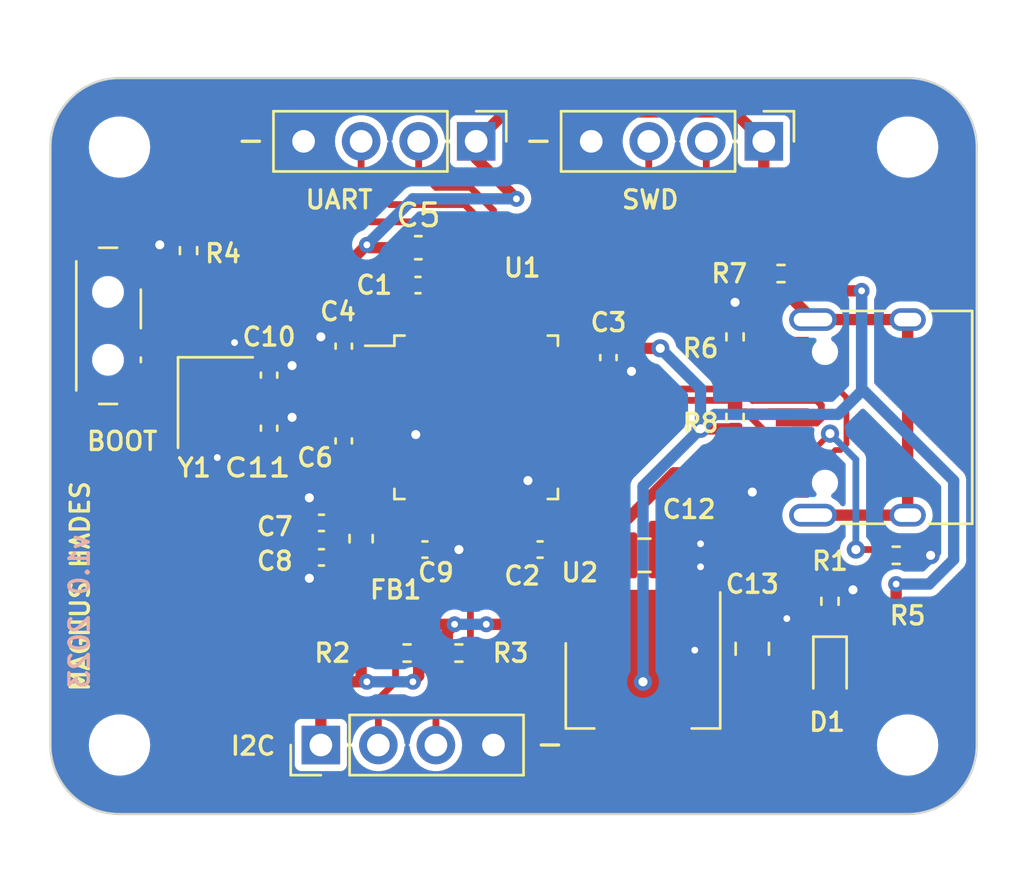
<source format=kicad_pcb>
(kicad_pcb (version 20221018) (generator pcbnew)
  (layers (0 "F.Cu" signal) (31 "B.Cu" signal) (34 "B.Paste" user) (35 "F.Paste" user) (36 "B.SilkS" user "B.Silkscreen") (37 "F.SilkS" user "F.Silkscreen") (38 "B.Mask" user) (39 "F.Mask" user) (44 "Edge.Cuts" user))
  (net 0 "")
  (net 1 "+3.3V")
  (net 2 "GND")
  (net 3 "+3.3VA")
  (net 4 "/NRST")
  (net 5 "/HSE_IN")
  (net 6 "/HSE_OUT")
  (net 7 "VBUS")
  (net 8 "/PWR_LED_K")
  (net 9 "Net-(J1-CC1)")
  (net 10 "/USB_D+")
  (net 11 "/USB_D-")
  (net 13 "Net-(J1-CC2)")
  (net 15 "Net-(J1-SHIELD)")
  (net 16 "/SWDIO")
  (net 17 "/SWCLK")
  (net 18 "/USART1_TX")
  (net 19 "/USART1_RX")
  (net 20 "/I2C2_SCL")
  (net 21 "/I2C2_SDA")
  (net 22 "/SW_BOOT0")
  (net 23 "/BOOT0")
  (footprint "Connector_PinHeader_2.54mm:PinHeader_1x04_P2.54mm_Vertical" (layer "F.Cu") (at 67.056 55.118 -90)
    (fp_text reference "J2")
    (fp_text value "Conn_01x04_Pin")
    (pad "1" thru_hole rect (at 0 0 270) (size 1.7 1.7) (drill 1) (layers "*.Cu" "*.Mask") (net 1 "+3.3V"))
    (pad "2" thru_hole oval (at 0 2.54 270) (size 1.7 1.7) (drill 1) (layers "*.Cu" "*.Mask") (net 16 "/SWDIO"))
    (pad "3" thru_hole oval (at 0 5.08 270) (size 1.7 1.7) (drill 1) (layers "*.Cu" "*.Mask") (net 17 "/SWCLK"))
    (pad "4" thru_hole oval (at 0 7.62 270) (size 1.7 1.7) (drill 1) (layers "*.Cu" "*.Mask") (net 2 "GND"))
  )
  (footprint "Capacitor_SMD:C_0805_2012Metric" (layer "F.Cu") (at 61.788 73.406)
    (fp_text reference "C12" (at 1.966 -2.032) (layer "F.SilkS") (effects (font (size 0.8 0.8))))
    (fp_text value "22u")
    (pad "1" smd roundrect (at -0.95 0) (size 1 1.45) (layers "F.Cu" "F.Paste" "F.Mask") (net 7 "VBUS"))
    (pad "2" smd roundrect (at 0.95 0) (size 1 1.45) (layers "F.Cu" "F.Paste" "F.Mask") (net 2 "GND"))
  )
  (footprint "Capacitor_SMD:C_0402_1005Metric" (layer "F.Cu") (at 51.788 61.468)
    (fp_text reference "C1" (at -1.933 0) (layer "F.SilkS") (effects (font (size 0.8 0.8))))
    (fp_text value "100n")
    (pad "1" smd roundrect (at -0.48 0) (size 0.56 0.62) (layers "F.Cu" "F.Paste" "F.Mask") (net 1 "+3.3V"))
    (pad "2" smd roundrect (at 0.48 0) (size 0.56 0.62) (layers "F.Cu" "F.Paste" "F.Mask") (net 2 "GND"))
  )
  (footprint "Capacitor_SMD:C_0402_1005Metric" (layer "F.Cu") (at 48.51 68.354 90)
    (fp_text reference "C6" (at -0.734 -1.266 180) (layer "F.SilkS") (effects (font (size 0.8 0.8))))
    (fp_text value "10n")
    (pad "1" smd roundrect (at -0.48 0 90) (size 0.56 0.62) (layers "F.Cu" "F.Paste" "F.Mask") (net 3 "+3.3VA"))
    (pad "2" smd roundrect (at 0.48 0 90) (size 0.56 0.62) (layers "F.Cu" "F.Paste" "F.Mask") (net 2 "GND"))
  )
  (footprint "Inductor_SMD:L_0603_1608Metric" (layer "F.Cu") (at 49.276 72.6695 -90)
    (fp_text reference "FB1" (at 2.2605 -1.524) (layer "F.SilkS") (effects (font (size 0.8 0.8))))
    (fp_text value "120R")
    (pad "1" smd roundrect (at -0.7875 0 270) (size 0.875 0.95) (layers "F.Cu" "F.Paste" "F.Mask") (net 3 "+3.3VA"))
    (pad "2" smd roundrect (at 0.7875 0 270) (size 0.875 0.95) (layers "F.Cu" "F.Paste" "F.Mask") (net 1 "+3.3V"))
  )
  (footprint "Crystal:Crystal_SMD_3225-4Pin_3.2x2.5mm" (layer "F.Cu") (at 42.842 66.658 -90)
    (fp_text reference "Y1" (at 2.882 0.932 180) (layer "F.SilkS") (effects (font (size 0.8 0.8))))
    (fp_text value "16MHz")
    (pad "1" smd rect (at -1.1 0.85 270) (size 1.4 1.2) (layers "F.Cu" "F.Paste" "F.Mask") (net 5 "/HSE_IN"))
    (pad "2" smd rect (at 1.1 0.85 270) (size 1.4 1.2) (layers "F.Cu" "F.Paste" "F.Mask") (net 2 "GND"))
    (pad "3" smd rect (at 1.1 -0.85 270) (size 1.4 1.2) (layers "F.Cu" "F.Paste" "F.Mask") (net 6 "/HSE_OUT"))
    (pad "4" smd rect (at -1.1 -0.85 270) (size 1.4 1.2) (layers "F.Cu" "F.Paste" "F.Mask") (net 2 "GND"))
  )
  (footprint "Capacitor_SMD:C_0805_2012Metric" (layer "F.Cu") (at 66.548 77.536 90)
    (fp_text reference "C13" (at 2.86 0) (layer "F.SilkS") (effects (font (size 0.8 0.8))))
    (fp_text value "22u")
    (pad "1" smd roundrect (at -0.95 0 90) (size 1 1.45) (layers "F.Cu" "F.Paste" "F.Mask") (net 1 "+3.3V"))
    (pad "2" smd roundrect (at 0.95 0 90) (size 1 1.45) (layers "F.Cu" "F.Paste" "F.Mask") (net 2 "GND"))
  )
  (footprint "Capacitor_SMD:C_0402_1005Metric" (layer "F.Cu") (at 45.212 65.448 90)
    (fp_text reference "C10" (at 1.694 0 180) (layer "F.SilkS") (effects (font (size 0.8 0.8))))
    (fp_text value "10p")
    (pad "1" smd roundrect (at -0.48 0 90) (size 0.56 0.62) (layers "F.Cu" "F.Paste" "F.Mask") (net 5 "/HSE_IN"))
    (pad "2" smd roundrect (at 0.48 0 90) (size 0.56 0.62) (layers "F.Cu" "F.Paste" "F.Mask") (net 2 "GND"))
  )
  (footprint "Resistor_SMD:R_0402_1005Metric" (layer "F.Cu") (at 72.9 73.406)
    (fp_text reference "R5" (at 0.506 2.667 180) (layer "F.SilkS") (effects (font (size 0.8 0.8))))
    (fp_text value "5k1")
    (pad "1" smd roundrect (at -0.51 0) (size 0.54 0.64) (layers "F.Cu" "F.Paste" "F.Mask") (net 9 "Net-(J1-CC1)"))
    (pad "2" smd roundrect (at 0.51 0) (size 0.54 0.64) (layers "F.Cu" "F.Paste" "F.Mask") (net 2 "GND"))
  )
  (footprint "Package_TO_SOT_SMD:SOT-223-3_TabPin2" (layer "F.Cu") (at 61.722 79.146 -90)
    (fp_text reference "U2" (at -4.978 2.794 180) (layer "F.SilkS") (effects (font (size 0.8 0.8))))
    (fp_text value "AMS1117-3.3")
    (pad "1" smd rect (at -3.15 -2.3 270) (size 2 1.5) (layers "F.Cu" "F.Paste" "F.Mask") (net 2 "GND"))
    (pad "2" smd rect (at -3.15 0 270) (size 2 1.5) (layers "F.Cu" "F.Paste" "F.Mask") (net 1 "+3.3V"))
    (pad "2" smd rect (at 3.15 0 270) (size 2 3.8) (layers "F.Cu" "F.Paste" "F.Mask") (net 1 "+3.3V"))
    (pad "3" smd rect (at -3.15 2.3 270) (size 2 1.5) (layers "F.Cu" "F.Paste" "F.Mask") (net 7 "VBUS"))
  )
  (footprint "Connector_PinHeader_2.54mm:PinHeader_1x04_P2.54mm_Vertical" (layer "F.Cu") (at 47.498 81.788 90)
    (fp_text reference "J4")
    (fp_text value "Conn_01x04_Pin")
    (pad "1" thru_hole rect (at 0 0 90) (size 1.7 1.7) (drill 1) (layers "*.Cu" "*.Mask") (net 1 "+3.3V"))
    (pad "2" thru_hole oval (at 0 2.54 90) (size 1.7 1.7) (drill 1) (layers "*.Cu" "*.Mask") (net 20 "/I2C2_SCL"))
    (pad "3" thru_hole oval (at 0 5.08 90) (size 1.7 1.7) (drill 1) (layers "*.Cu" "*.Mask") (net 21 "/I2C2_SDA"))
    (pad "4" thru_hole oval (at 0 7.62 90) (size 1.7 1.7) (drill 1) (layers "*.Cu" "*.Mask") (net 2 "GND"))
  )
  (footprint "Resistor_SMD:R_0402_1005Metric" (layer "F.Cu") (at 41.656 59.946 90)
    (fp_text reference "R4" (at -0.129 1.524 180) (layer "F.SilkS") (effects (font (size 0.8 0.8))))
    (fp_text value "10k")
    (pad "1" smd roundrect (at -0.51 0 90) (size 0.54 0.64) (layers "F.Cu" "F.Paste" "F.Mask") (net 22 "/SW_BOOT0"))
    (pad "2" smd roundrect (at 0.51 0 90) (size 0.54 0.64) (layers "F.Cu" "F.Paste" "F.Mask") (net 23 "/BOOT0"))
  )
  (footprint "Resistor_SMD:R_0402_1005Metric" (layer "F.Cu") (at 69.977 75.438 90)
    (fp_text reference "R1" (at 1.776 0 180) (layer "F.SilkS") (effects (font (size 0.8 0.8))))
    (fp_text value "1k5")
    (pad "1" smd roundrect (at -0.51 0 90) (size 0.54 0.64) (layers "F.Cu" "F.Paste" "F.Mask") (net 8 "/PWR_LED_K"))
    (pad "2" smd roundrect (at 0.51 0 90) (size 0.54 0.64) (layers "F.Cu" "F.Paste" "F.Mask") (net 2 "GND"))
  )
  (footprint "Capacitor_SMD:C_0402_1005Metric" (layer "F.Cu") (at 47.526 73.4975 180)
    (fp_text reference "C8" (at 2.06 -0.1625) (layer "F.SilkS") (effects (font (size 0.8 0.8))))
    (fp_text value "1u")
    (pad "1" smd roundrect (at -0.48 0 180) (size 0.56 0.62) (layers "F.Cu" "F.Paste" "F.Mask") (net 1 "+3.3V"))
    (pad "2" smd roundrect (at 0.48 0 180) (size 0.56 0.62) (layers "F.Cu" "F.Paste" "F.Mask") (net 2 "GND"))
  )
  (footprint "Resistor_SMD:R_0402_1005Metric" (layer "F.Cu") (at 53.592 77.724)
    (fp_text reference "R3" (at 2.284 0) (layer "F.SilkS") (effects (font (size 0.8 0.8))))
    (fp_text value "1k5")
    (pad "1" smd roundrect (at -0.51 0) (size 0.54 0.64) (layers "F.Cu" "F.Paste" "F.Mask") (net 1 "+3.3V"))
    (pad "2" smd roundrect (at 0.51 0) (size 0.54 0.64) (layers "F.Cu" "F.Paste" "F.Mask") (net 21 "/I2C2_SDA"))
  )
  (footprint "Connector_PinHeader_2.54mm:PinHeader_1x04_P2.54mm_Vertical" (layer "F.Cu") (at 54.356 55.118 -90)
    (fp_text reference "J3")
    (fp_text value "Conn_01x04_Pin")
    (pad "1" thru_hole rect (at 0 0 270) (size 1.7 1.7) (drill 1) (layers "*.Cu" "*.Mask") (net 1 "+3.3V"))
    (pad "2" thru_hole oval (at 0 2.54 270) (size 1.7 1.7) (drill 1) (layers "*.Cu" "*.Mask") (net 18 "/USART1_TX"))
    (pad "3" thru_hole oval (at 0 5.08 270) (size 1.7 1.7) (drill 1) (layers "*.Cu" "*.Mask") (net 19 "/USART1_RX"))
    (pad "4" thru_hole oval (at 0 7.62 270) (size 1.7 1.7) (drill 1) (layers "*.Cu" "*.Mask") (net 2 "GND"))
  )
  (footprint "Button_Switch_SMD:SW_SPDT_PCM12" (layer "F.Cu") (at 38.43 63.27 -90)
    (fp_text reference "SW1")
    (fp_text value "SW_SPDT")
    (pad "" smd rect (at -3.65 -0.78 270) (size 1 0.8) (layers "F.Cu" "F.Paste" "F.Mask"))
    (pad "" smd rect (at -3.65 1.43 270) (size 1 0.8) (layers "F.Cu" "F.Paste" "F.Mask"))
    (pad "" np_thru_hole circle (at -1.5 0.33 270) (size 0.9 0.9) (drill 0.9) (layers "*.Cu" "*.Mask"))
    (pad "" np_thru_hole circle (at 1.5 0.33 270) (size 0.9 0.9) (drill 0.9) (layers "*.Cu" "*.Mask"))
    (pad "" smd rect (at 3.65 -0.78 270) (size 1 0.8) (layers "F.Cu" "F.Paste" "F.Mask"))
    (pad "" smd rect (at 3.65 1.43 270) (size 1 0.8) (layers "F.Cu" "F.Paste" "F.Mask"))
    (pad "1" smd rect (at -2.25 -1.43 270) (size 0.7 1.5) (layers "F.Cu" "F.Paste" "F.Mask") (net 2 "GND"))
    (pad "2" smd rect (at 0.75 -1.43 270) (size 0.7 1.5) (layers "F.Cu" "F.Paste" "F.Mask") (net 22 "/SW_BOOT0"))
    (pad "3" smd rect (at 2.25 -1.43 270) (size 0.7 1.5) (layers "F.Cu" "F.Paste" "F.Mask") (net 1 "+3.3V"))
  )
  (footprint "Resistor_SMD:R_0402_1005Metric" (layer "F.Cu") (at 65.786 67.312 -90)
    (fp_text reference "R8" (at 0.252 1.524) (layer "F.SilkS") (effects (font (size 0.8 0.8))))
    (fp_text value "1k5")
    (pad "1" smd roundrect (at -0.51 0 270) (size 0.54 0.64) (layers "F.Cu" "F.Paste" "F.Mask") (net 11 "/USB_D-"))
    (pad "2" smd roundrect (at 0.51 0 270) (size 0.54 0.64) (layers "F.Cu" "F.Paste" "F.Mask") (net 1 "+3.3V"))
  )
  (footprint "LED_SMD:LED_0603_1608Metric" (layer "F.Cu") (at 69.977 78.486 -90)
    (fp_text reference "D1" (at 2.286 0.127) (layer "F.SilkS") (effects (font (size 0.8 0.8))))
    (fp_text value "RED")
    (pad "1" smd roundrect (at -0.7875 0 270) (size 0.875 0.95) (layers "F.Cu" "F.Paste" "F.Mask") (net 8 "/PWR_LED_K"))
    (pad "2" smd roundrect (at 0.7875 0 270) (size 0.875 0.95) (layers "F.Cu" "F.Paste" "F.Mask") (net 1 "+3.3V"))
  )
  (footprint "MountingHole:MountingHole_2.2mm_M2" (layer "F.Cu") (at 38.608 81.788)
    (fp_text reference "H4")
    (fp_text value "MountingHole")
    (pad "" np_thru_hole circle (at 0 0) (size 2.2 2.2) (drill 2.2) (layers "*.Cu" "*.Mask"))
  )
  (footprint "Resistor_SMD:R_0402_1005Metric" (layer "F.Cu") (at 51.306 77.724 180)
    (fp_text reference "R2" (at 3.3 0) (layer "F.SilkS") (effects (font (size 0.8 0.8))))
    (fp_text value "1k5")
    (pad "1" smd roundrect (at -0.51 0 180) (size 0.54 0.64) (layers "F.Cu" "F.Paste" "F.Mask") (net 1 "+3.3V"))
    (pad "2" smd roundrect (at 0.51 0 180) (size 0.54 0.64) (layers "F.Cu" "F.Paste" "F.Mask") (net 20 "/I2C2_SCL"))
  )
  (footprint "MountingHole:MountingHole_2.2mm_M2" (layer "F.Cu") (at 73.406 81.788)
    (fp_text reference "H2")
    (fp_text value "MountingHole")
    (pad "" np_thru_hole circle (at 0 0) (size 2.2 2.2) (drill 2.2) (layers "*.Cu" "*.Mask"))
  )
  (footprint "Capacitor_SMD:C_0402_1005Metric" (layer "F.Cu") (at 48.51 64.1675 90)
    (fp_text reference "C4" (at 1.528 -0.254 180) (layer "F.SilkS") (effects (font (size 0.8 0.8))))
    (fp_text value "100n")
    (pad "1" smd roundrect (at -0.48 0 90) (size 0.56 0.62) (layers "F.Cu" "F.Paste" "F.Mask") (net 1 "+3.3V"))
    (pad "2" smd roundrect (at 0.48 0 90) (size 0.56 0.62) (layers "F.Cu" "F.Paste" "F.Mask") (net 2 "GND"))
  )
  (footprint "Capacitor_SMD:C_0402_1005Metric" (layer "F.Cu") (at 60.194 64.6715 -90)
    (fp_text reference "C3" (at -1.5525 -0.004) (layer "F.SilkS") (effects (font (size 0.8 0.8))))
    (fp_text value "100n")
    (pad "1" smd roundrect (at -0.48 0 270) (size 0.56 0.62) (layers "F.Cu" "F.Paste" "F.Mask") (net 1 "+3.3V"))
    (pad "2" smd roundrect (at 0.48 0 270) (size 0.56 0.62) (layers "F.Cu" "F.Paste" "F.Mask") (net 2 "GND"))
  )
  (footprint "Resistor_SMD:R_0402_1005Metric" (layer "F.Cu") (at 67.816 60.96)
    (fp_text reference "R7" (at -2.284 0) (layer "F.SilkS") (effects (font (size 0.8 0.8))))
    (fp_text value "1M")
    (pad "1" smd roundrect (at -0.51 0) (size 0.54 0.64) (layers "F.Cu" "F.Paste" "F.Mask") (net 2 "GND"))
    (pad "2" smd roundrect (at 0.51 0) (size 0.54 0.64) (layers "F.Cu" "F.Paste" "F.Mask") (net 15 "Net-(J1-SHIELD)"))
  )
  (footprint "Capacitor_SMD:C_0402_1005Metric" (layer "F.Cu") (at 47.526 71.9735 180)
    (fp_text reference "C7" (at 2.06 -0.1625) (layer "F.SilkS") (effects (font (size 0.8 0.8))))
    (fp_text value "1u")
    (pad "1" smd roundrect (at -0.48 0 180) (size 0.56 0.62) (layers "F.Cu" "F.Paste" "F.Mask") (net 3 "+3.3VA"))
    (pad "2" smd roundrect (at 0.48 0 180) (size 0.56 0.62) (layers "F.Cu" "F.Paste" "F.Mask") (net 2 "GND"))
  )
  (footprint "Capacitor_SMD:C_0402_1005Metric" (layer "F.Cu") (at 45.212 67.79 90)
    (fp_text reference "C11" (at -1.75 -0.508) (layer "F.SilkS") (effects (font (size 0.8 1))))
    (fp_text value "10p")
    (pad "1" smd roundrect (at -0.48 0 90) (size 0.56 0.62) (layers "F.Cu" "F.Paste" "F.Mask") (net 6 "/HSE_OUT"))
    (pad "2" smd roundrect (at 0.48 0 90) (size 0.56 0.62) (layers "F.Cu" "F.Paste" "F.Mask") (net 2 "GND"))
  )
  (footprint "MountingHole:MountingHole_2.2mm_M2" (layer "F.Cu") (at 38.608 55.372)
    (fp_text reference "H3")
    (fp_text value "MountingHole")
    (pad "" np_thru_hole circle (at 0 0) (size 2.2 2.2) (drill 2.2) (layers "*.Cu" "*.Mask"))
  )
  (footprint "Capacitor_SMD:C_0402_1005Metric" (layer "F.Cu") (at 57.178 73.152 180)
    (fp_text reference "C2" (at 0.79 -1.16 180) (layer "F.SilkS") (effects (font (size 0.8 0.8))))
    (fp_text value "100n")
    (pad "1" smd roundrect (at -0.48 0 180) (size 0.56 0.62) (layers "F.Cu" "F.Paste" "F.Mask") (net 1 "+3.3V"))
    (pad "2" smd roundrect (at 0.48 0 180) (size 0.56 0.62) (layers "F.Cu" "F.Paste" "F.Mask") (net 2 "GND"))
  )
  (footprint "Connector_USB:USB_C_Receptacle_HRO_TYPE-C-31-M-12" (layer "F.Cu") (at 72.356 67.312 90)
    (fp_text reference "J1")
    (fp_text value "USB_C_Receptacle_USB2.0")
    (pad "" np_thru_hole circle (at -2.89 -2.6 90) (size 0.65 0.65) (drill 0.65) (layers "*.Cu" "*.Mask"))
    (pad "" np_thru_hole circle (at 2.89 -2.6 90) (size 0.65 0.65) (drill 0.65) (layers "*.Cu" "*.Mask"))
    (pad "A1" smd rect (at -3.25 -4.045 90) (size 0.6 1.45) (layers "F.Cu" "F.Paste" "F.Mask") (net 2 "GND"))
    (pad "A4" smd rect (at -2.45 -4.045 90) (size 0.6 1.45) (layers "F.Cu" "F.Paste" "F.Mask") (net 7 "VBUS"))
    (pad "A5" smd rect (at -1.25 -4.045 90) (size 0.3 1.45) (layers "F.Cu" "F.Paste" "F.Mask") (net 9 "Net-(J1-CC1)"))
    (pad "A6" smd rect (at -0.25 -4.045 90) (size 0.3 1.45) (layers "F.Cu" "F.Paste" "F.Mask") (net 10 "/USB_D+"))
    (pad "A7" smd rect (at 0.25 -4.045 90) (size 0.3 1.45) (layers "F.Cu" "F.Paste" "F.Mask") (net 11 "/USB_D-"))
    (pad "A8" smd rect (at 1.25 -4.045 90) (size 0.3 1.45) (layers "F.Cu" "F.Paste" "F.Mask"))
    (pad "A9" smd rect (at 2.45 -4.045 90) (size 0.6 1.45) (layers "F.Cu" "F.Paste" "F.Mask") (net 7 "VBUS"))
    (pad "A12" smd rect (at 3.25 -4.045 90) (size 0.6 1.45) (layers "F.Cu" "F.Paste" "F.Mask") (net 2 "GND"))
    (pad "B1" smd rect (at 3.25 -4.045 90) (size 0.6 1.45) (layers "F.Cu" "F.Paste" "F.Mask") (net 2 "GND"))
    (pad "B4" smd rect (at 2.45 -4.045 90) (size 0.6 1.45) (layers "F.Cu" "F.Paste" "F.Mask") (net 7 "VBUS"))
    (pad "B5" smd rect (at 1.75 -4.045 90) (size 0.3 1.45) (layers "F.Cu" "F.Paste" "F.Mask") (net 13 "Net-(J1-CC2)"))
    (pad "B6" smd rect (at 0.75 -4.045 90) (size 0.3 1.45) (layers "F.Cu" "F.Paste" "F.Mask") (net 10 "/USB_D+"))
    (pad "B7" smd rect (at -0.75 -4.045 90) (size 0.3 1.45) (layers "F.Cu" "F.Paste" "F.Mask") (net 11 "/USB_D-"))
    (pad "B8" smd rect (at -1.75 -4.045 90) (size 0.3 1.45) (layers "F.Cu" "F.Paste" "F.Mask"))
    (pad "B9" smd rect (at -2.45 -4.045 90) (size 0.6 1.45) (layers "F.Cu" "F.Paste" "F.Mask") (net 7 "VBUS"))
    (pad "B12" smd rect (at -3.25 -4.045 90) (size 0.6 1.45) (layers "F.Cu" "F.Paste" "F.Mask") (net 2 "GND"))
    (pad "S1" thru_hole oval (at -4.32 -3.13 90) (size 1 2.1) (drill oval 0.6 1.7) (layers "*.Cu" "*.Mask") (net 15 "Net-(J1-SHIELD)"))
    (pad "S1" thru_hole oval (at -4.32 1.05 90) (size 1 1.6) (drill oval 0.6 1.2) (layers "*.Cu" "*.Mask") (net 15 "Net-(J1-SHIELD)"))
    (pad "S1" thru_hole oval (at 4.32 -3.13 90) (size 1 2.1) (drill oval 0.6 1.7) (layers "*.Cu" "*.Mask") (net 15 "Net-(J1-SHIELD)"))
    (pad "S1" thru_hole oval (at 4.32 1.05 90) (size 1 1.6) (drill oval 0.6 1.2) (layers "*.Cu" "*.Mask") (net 15 "Net-(J1-SHIELD)"))
  )
  (footprint "Resistor_SMD:R_0402_1005Metric" (layer "F.Cu") (at 65.786 63.756 90)
    (fp_text reference "R6" (at -0.506 -1.524 180) (layer "F.SilkS") (effects (font (size 0.8 0.8))))
    (fp_text value "5k1")
    (pad "1" smd roundrect (at -0.51 0 90) (size 0.54 0.64) (layers "F.Cu" "F.Paste" "F.Mask") (net 13 "Net-(J1-CC2)"))
    (pad "2" smd roundrect (at 0.51 0 90) (size 0.54 0.64) (layers "F.Cu" "F.Paste" "F.Mask") (net 2 "GND"))
  )
  (footprint "Capacitor_SMD:C_0402_1005Metric" (layer "F.Cu") (at 52.094 73.152)
    (fp_text reference "C9" (at 0.484 1.016) (layer "F.SilkS") (effects (font (size 0.8 0.8))))
    (fp_text value "100n")
    (pad "1" smd roundrect (at -0.48 0) (size 0.56 0.62) (layers "F.Cu" "F.Paste" "F.Mask") (net 4 "/NRST"))
    (pad "2" smd roundrect (at 0.48 0) (size 0.56 0.62) (layers "F.Cu" "F.Paste" "F.Mask") (net 2 "GND"))
  )
  (footprint "Package_QFP:LQFP-48_7x7mm_P0.5mm" (layer "F.Cu") (at 54.356 67.31)
    (fp_text reference "U1" (at 2.032 -6.604) (layer "F.SilkS") (effects (font (size 0.8 0.8))))
    (fp_text value "STM32F103C8Tx")
    (pad "1" smd roundrect (at -4.1625 -2.75) (size 1.475 0.3) (layers "F.Cu" "F.Paste" "F.Mask") (net 1 "+3.3V"))
    (pad "2" smd roundrect (at -4.1625 -2.25) (size 1.475 0.3) (layers "F.Cu" "F.Paste" "F.Mask"))
    (pad "3" smd roundrect (at -4.1625 -1.75) (size 1.475 0.3) (layers "F.Cu" "F.Paste" "F.Mask"))
    (pad "4" smd roundrect (at -4.1625 -1.25) (size 1.475 0.3) (layers "F.Cu" "F.Paste" "F.Mask"))
    (pad "5" smd roundrect (at -4.1625 -0.75) (size 1.475 0.3) (layers "F.Cu" "F.Paste" "F.Mask") (net 5 "/HSE_IN"))
    (pad "6" smd roundrect (at -4.1625 -0.25) (size 1.475 0.3) (layers "F.Cu" "F.Paste" "F.Mask") (net 6 "/HSE_OUT"))
    (pad "7" smd roundrect (at -4.1625 0.25) (size 1.475 0.3) (layers "F.Cu" "F.Paste" "F.Mask") (net 4 "/NRST"))
    (pad "8" smd roundrect (at -4.1625 0.75) (size 1.475 0.3) (layers "F.Cu" "F.Paste" "F.Mask") (net 2 "GND"))
    (pad "9" smd roundrect (at -4.1625 1.25) (size 1.475 0.3) (layers "F.Cu" "F.Paste" "F.Mask") (net 3 "+3.3VA"))
    (pad "10" smd roundrect (at -4.1625 1.75) (size 1.475 0.3) (layers "F.Cu" "F.Paste" "F.Mask"))
    (pad "11" smd roundrect (at -4.1625 2.25) (size 1.475 0.3) (layers "F.Cu" "F.Paste" "F.Mask"))
    (pad "12" smd roundrect (at -4.1625 2.75) (size 1.475 0.3) (layers "F.Cu" "F.Paste" "F.Mask"))
    (pad "13" smd roundrect (at -2.75 4.1625) (size 0.3 1.475) (layers "F.Cu" "F.Paste" "F.Mask"))
    (pad "14" smd roundrect (at -2.25 4.1625) (size 0.3 1.475) (layers "F.Cu" "F.Paste" "F.Mask"))
    (pad "15" smd roundrect (at -1.75 4.1625) (size 0.3 1.475) (layers "F.Cu" "F.Paste" "F.Mask"))
    (pad "16" smd roundrect (at -1.25 4.1625) (size 0.3 1.475) (layers "F.Cu" "F.Paste" "F.Mask"))
    (pad "17" smd roundrect (at -0.75 4.1625) (size 0.3 1.475) (layers "F.Cu" "F.Paste" "F.Mask"))
    (pad "18" smd roundrect (at -0.25 4.1625) (size 0.3 1.475) (layers "F.Cu" "F.Paste" "F.Mask"))
    (pad "19" smd roundrect (at 0.25 4.1625) (size 0.3 1.475) (layers "F.Cu" "F.Paste" "F.Mask"))
    (pad "20" smd roundrect (at 0.75 4.1625) (size 0.3 1.475) (layers "F.Cu" "F.Paste" "F.Mask"))
    (pad "21" smd roundrect (at 1.25 4.1625) (size 0.3 1.475) (layers "F.Cu" "F.Paste" "F.Mask") (net 20 "/I2C2_SCL"))
    (pad "22" smd roundrect (at 1.75 4.1625) (size 0.3 1.475) (layers "F.Cu" "F.Paste" "F.Mask") (net 21 "/I2C2_SDA"))
    (pad "23" smd roundrect (at 2.25 4.1625) (size 0.3 1.475) (layers "F.Cu" "F.Paste" "F.Mask") (net 2 "GND"))
    (pad "24" smd roundrect (at 2.75 4.1625) (size 0.3 1.475) (layers "F.Cu" "F.Paste" "F.Mask") (net 1 "+3.3V"))
    (pad "25" smd roundrect (at 4.1625 2.75) (size 1.475 0.3) (layers "F.Cu" "F.Paste" "F.Mask"))
    (pad "26" smd roundrect (at 4.1625 2.25) (size 1.475 0.3) (layers "F.Cu" "F.Paste" "F.Mask"))
    (pad "27" smd roundrect (at 4.1625 1.75) (size 1.475 0.3) (layers "F.Cu" "F.Paste" "F.Mask"))
    (pad "28" smd roundrect (at 4.1625 1.25) (size 1.475 0.3) (layers "F.Cu" "F.Paste" "F.Mask"))
    (pad "29" smd roundrect (at 4.1625 0.75) (size 1.475 0.3) (layers "F.Cu" "F.Paste" "F.Mask"))
    (pad "30" smd roundrect (at 4.1625 0.25) (size 1.475 0.3) (layers "F.Cu" "F.Paste" "F.Mask"))
    (pad "31" smd roundrect (at 4.1625 -0.25) (size 1.475 0.3) (layers "F.Cu" "F.Paste" "F.Mask"))
    (pad "32" smd roundrect (at 4.1625 -0.75) (size 1.475 0.3) (layers "F.Cu" "F.Paste" "F.Mask") (net 11 "/USB_D-"))
    (pad "33" smd roundrect (at 4.1625 -1.25) (size 1.475 0.3) (layers "F.Cu" "F.Paste" "F.Mask") (net 10 "/USB_D+"))
    (pad "34" smd roundrect (at 4.1625 -1.75) (size 1.475 0.3) (layers "F.Cu" "F.Paste" "F.Mask") (net 16 "/SWDIO"))
    (pad "35" smd roundrect (at 4.1625 -2.25) (size 1.475 0.3) (layers "F.Cu" "F.Paste" "F.Mask") (net 2 "GND"))
    (pad "36" smd roundrect (at 4.1625 -2.75) (size 1.475 0.3) (layers "F.Cu" "F.Paste" "F.Mask") (net 1 "+3.3V"))
    (pad "37" smd roundrect (at 2.75 -4.1625) (size 0.3 1.475) (layers "F.Cu" "F.Paste" "F.Mask") (net 17 "/SWCLK"))
    (pad "38" smd roundrect (at 2.25 -4.1625) (size 0.3 1.475) (layers "F.Cu" "F.Paste" "F.Mask"))
    (pad "39" smd roundrect (at 1.75 -4.1625) (size 0.3 1.475) (layers "F.Cu" "F.Paste" "F.Mask"))
    (pad "40" smd roundrect (at 1.25 -4.1625) (size 0.3 1.475) (layers "F.Cu" "F.Paste" "F.Mask"))
    (pad "41" smd roundrect (at 0.75 -4.1625) (size 0.3 1.475) (layers "F.Cu" "F.Paste" "F.Mask"))
    (pad "42" smd roundrect (at 0.25 -4.1625) (size 0.3 1.475) (layers "F.Cu" "F.Paste" "F.Mask") (net 18 "/USART1_TX"))
    (pad "43" smd roundrect (at -0.25 -4.1625) (size 0.3 1.475) (layers "F.Cu" "F.Paste" "F.Mask") (net 19 "/USART1_RX"))
    (pad "44" smd roundrect (at -0.75 -4.1625) (size 0.3 1.475) (layers "F.Cu" "F.Paste" "F.Mask") (net 23 "/BOOT0"))
    (pad "45" smd roundrect (at -1.25 -4.1625) (size 0.3 1.475) (layers "F.Cu" "F.Paste" "F.Mask"))
    (pad "46" smd roundrect (at -1.75 -4.1625) (size 0.3 1.475) (layers "F.Cu" "F.Paste" "F.Mask"))
    (pad "47" smd roundrect (at -2.25 -4.1625) (size 0.3 1.475) (layers "F.Cu" "F.Paste" "F.Mask") (net 2 "GND"))
    (pad "48" smd roundrect (at -2.75 -4.1625) (size 0.3 1.475) (layers "F.Cu" "F.Paste" "F.Mask") (net 1 "+3.3V"))
  )
  (footprint "MountingHole:MountingHole_2.2mm_M2" (layer "F.Cu") (at 73.406 55.372)
    (fp_text reference "H1")
    (fp_text value "MountingHole")
    (pad "" np_thru_hole circle (at 0 0) (size 2.2 2.2) (drill 2.2) (layers "*.Cu" "*.Mask"))
  )
  (footprint "Capacitor_SMD:C_0603_1608Metric" (layer "F.Cu") (at 51.803 59.817)
    (fp_text reference "C5" (at 0 -1.43) (layer "F.SilkS"))
    (fp_text value "10u")
    (pad "1" smd roundrect (at -0.775 0) (size 0.9 0.95) (layers "F.Cu" "F.Paste" "F.Mask") (net 1 "+3.3V"))
    (pad "2" smd roundrect (at 0.775 0) (size 0.9 0.95) (layers "F.Cu" "F.Paste" "F.Mask") (net 2 "GND"))
  )
  (gr_line (start 76.454 81.788) (end 76.454 55.372) (stroke (width 0.1)) (layer "Edge.Cuts"))
  (gr_arc (start 35.56 55.372) (mid 36.452739 53.216739) (end 38.608 52.324) (stroke (width 0.1)) (layer "Edge.Cuts"))
  (gr_line (start 73.406 52.324) (end 38.608 52.324) (stroke (width 0.1)) (layer "Edge.Cuts"))
  (gr_line (start 38.608 84.836) (end 73.406 84.836) (stroke (width 0.1)) (layer "Edge.Cuts"))
  (gr_arc (start 38.608 84.836) (mid 36.452739 83.943261) (end 35.56 81.788) (stroke (width 0.1)) (layer "Edge.Cuts"))
  (gr_arc (start 76.454 81.788) (mid 75.561261 83.943261) (end 73.406 84.836) (stroke (width 0.1)) (layer "Edge.Cuts"))
  (gr_line (start 35.56 55.372) (end 35.56 81.788) (stroke (width 0.1)) (layer "Edge.Cuts"))
  (gr_arc (start 73.406 52.324) (mid 75.561261 53.216739) (end 76.454 55.372) (stroke (width 0.1)) (layer "Edge.Cuts"))
  (gr_text "2023" (at 37.338 75.946 90) (layer "B.SilkS") (effects (font (size 0.85 0.85)) (justify left bottom mirror)))
  (gr_text "v1.0" (at 37.338 72.39 90) (layer "B.SilkS") (effects (font (size 0.85 0.85)) (justify left bottom mirror)))
  (gr_text "SWD" (at 60.706 58.166) (layer "F.SilkS") (effects (font (size 0.8 0.8)) (justify left bottom)))
  (gr_text "-" (at 56.896 82.296) (layer "F.SilkS") (effects (font (size 1 1)) (justify left bottom)))
  (gr_text "-" (at 43.688 55.626) (layer "F.SilkS") (effects (font (size 1 1)) (justify left bottom)))
  (gr_text "BOOT" (at 37.084 68.834) (layer "F.SilkS") (effects (font (size 0.8 0.8) (thickness 0.15) bold) (justify left bottom)))
  (gr_text "I2C" (at 43.434 82.296) (layer "F.SilkS") (effects (font (size 0.8 0.8) (thickness 0.15) bold) (justify left bottom)))
  (gr_text "MAGNUS HADES" (at 37.338 79.502 90) (layer "F.SilkS") (effects (font (size 0.8 0.8)) (justify left bottom)))
  (gr_text "-" (at 56.388 55.626) (layer "F.SilkS") (effects (font (size 1 1)) (justify left bottom)))
  (gr_text "UART" (at 46.736 58.166) (layer "F.SilkS") (effects (font (size 0.8 0.8) (thickness 0.15) bold) (justify left bottom)))
  (segment (start 49.657 59.817) (end 49.53 59.69) (width 0.5) (layer "F.Cu") (net 1))
  (segment (start 58.5185 64.56) (end 59.392 64.56) (width 0.3) (layer "F.Cu") (net 1))
  (segment (start 60.2645 64.262) (end 60.194 64.1915) (width 0.5) (layer "F.Cu") (net 1))
  (segment (start 53.082 76.7745) (end 53.4025 76.454) (width 0.5) (layer "F.Cu") (net 1))
  (segment (start 69.1895 78.486) (end 69.977 79.2735) (width 0.5) (layer "F.Cu") (net 1))
  (segment (start 46.648 64.241918) (end 46.648 62.572) (width 0.5) (layer "F.Cu") (net 1))
  (segment (start 59.392 64.56) (end 59.7605 64.1915) (width 0.3) (layer "F.Cu") (net 1))
  (segment (start 54.356 55.118) (end 55.656 53.818) (width 0.5) (layer "F.Cu") (net 1))
  (segment (start 51.816 77.724) (end 51.816 77.216) (width 0.5) (layer "F.Cu") (net 1))
  (segment (start 66.548 82.55) (end 65.024 84.074) (width 0.5) (layer "F.Cu") (net 1))
  (segment (start 66.548 78.486) (end 66.548 82.55) (width 0.5) (layer "F.Cu") (net 1))
  (segment (start 67.056 58.285503) (end 67.056 55.118) (width 0.5) (layer "F.Cu") (net 1))
  (segment (start 65.786 67.822) (end 64.266 67.822) (width 0.5) (layer "F.Cu") (net 1))
  (segment (start 48.51 64.6475) (end 47.053582 64.6475) (width 0.5) (layer "F.Cu") (net 1))
  (segment (start 64.266 67.822) (end 64.262 67.818) (width 0.5) (layer "F.Cu") (net 1))
  (segment (start 51.028 60.68) (end 51.028 59.817) (width 0.5) (layer "F.Cu") (net 1))
  (segment (start 71.374 61.722) (end 70.492497 61.722) (width 0.5) (layer "F.Cu") (net 1))
  (segment (start 46.736 78.994) (end 47.498 79.756) (width 0.5) (layer "F.Cu") (net 1))
  (segment (start 49.232 64.56) (end 49.022 64.77) (width 0.3) (layer "F.Cu") (net 1))
  (segment (start 49.022 64.77) (end 48.6325 64.77) (width 0.3) (layer "F.Cu") (net 1))
  (segment (start 39.878 65.508) (end 40.386 66.016) (width 0.5) (layer "F.Cu") (net 1))
  (segment (start 65.756 53.818) (end 67.056 55.118) (width 0.5) (layer "F.Cu") (net 1))
  (segment (start 51.816 77.216) (end 52.578 76.454) (width 0.5) (layer "F.Cu") (net 1))
  (segment (start 59.7605 64.1915) (end 60.194 64.1915) (width 0.3) (layer "F.Cu") (net 1))
  (segment (start 55.656 53.818) (end 65.756 53.818) (width 0.5) (layer "F.Cu") (net 1))
  (segment (start 50.1935 64.56) (end 49.232 64.56) (width 0.3) (layer "F.Cu") (net 1))
  (segment (start 57.658 82.296) (end 57.658 76.454) (width 0.5) (layer "F.Cu") (net 1))
  (segment (start 59.436 84.074) (end 57.658 82.296) (width 0.5) (layer "F.Cu") (net 1))
  (segment (start 47.053582 64.6475) (end 46.648 64.241918) (width 0.5) (layer "F.Cu") (net 1))
  (segment (start 52.578 76.454) (end 53.4025 76.454) (width 0.5) (layer "F.Cu") (net 1))
  (segment (start 46.648 62.572) (end 49.53 59.69) (width 0.5) (layer "F.Cu") (net 1))
  (segment (start 49.276 73.457) (end 49.276 78.74) (width 0.5) (layer "F.Cu") (net 1))
  (segment (start 69.977 79.2735) (end 72.898 76.3525) (width 0.5) (layer "F.Cu") (net 1))
  (segment (start 57.658 76.454) (end 57.658 73.152) (width 0.5) (layer "F.Cu") (net 1))
  (segment (start 53.082 77.724) (end 53.082 76.7745) (width 0.5) (layer "F.Cu") (net 1))
  (segment (start 72.898 76.3525) (end 72.898 74.676) (width 0.5) (layer "F.Cu") (net 1))
  (segment (start 54.356 55.88) (end 56.134 57.658) (width 0.5) (layer "F.Cu") (net 1))
  (segment (start 57.658 76.454) (end 54.8015 76.454) (width 0.5) (layer "F.Cu") (net 1))
  (segment (start 57.658 72.644) (end 57.658 73.152) (width 0.3) (layer "F.Cu") (net 1))
  (segment (start 49.276 78.74) (end 49.53 78.994) (width 0.5) (layer "F.Cu") (net 1))
  (segment (start 49.276 73.457) (end 48.0465 73.457) (width 0.5) (layer "F.Cu") (net 1))
  (segment (start 57.106 72.092) (end 57.658 72.644) (width 0.3) (layer "F.Cu") (net 1))
  (segment (start 66.548 78.486) (end 69.1895 78.486) (width 0.5) (layer "F.Cu") (net 1))
  (segment (start 48.0465 73.457) (end 48.006 73.4975) (width 0.5) (layer "F.Cu") (net 1))
  (segment (start 40.386 66.016) (end 40.386 72.644) (width 0.5) (layer "F.Cu") (net 1))
  (segment (start 51.606 62.274) (end 51.308 61.976) (width 0.3) (layer "F.Cu") (net 1))
  (segment (start 70.492497 61.722) (end 67.056 58.285503) (width 0.5) (layer "F.Cu") (net 1))
  (segment (start 54.356 55.118) (end 54.356 55.88) (width 0.5) (layer "F.Cu") (net 1))
  (segment (start 51.308 61.976) (end 51.308 61.468) (width 0.3) (layer "F.Cu") (net 1))
  (segment (start 40.386 72.644) (end 46.736 78.994) (width 0.5) (layer "F.Cu") (net 1))
  (segment (start 48.6325 64.77) (end 48.51 64.6475) (width 0.3) (layer "F.Cu") (net 1))
  (segment (start 51.816 78.74) (end 51.562 78.994) (width 0.5) (layer "F.Cu") (net 1))
  (segment (start 65.024 84.074) (end 59.436 84.074) (width 0.5) (layer "F.Cu") (net 1))
  (segment (start 51.606 63.1475) (end 51.606 62.274) (width 0.3) (layer "F.Cu") (net 1))
  (segment (start 51.308 60.96) (end 51.028 60.68) (width 0.5) (layer "F.Cu") (net 1))
  (segment (start 51.308 61.468) (end 51.308 60.96) (width 0.5) (layer "F.Cu") (net 1))
  (segment (start 47.498 79.756) (end 47.498 81.788) (width 0.5) (layer "F.Cu") (net 1))
  (segment (start 46.736 78.994) (end 49.53 78.994) (width 0.5) (layer "F.Cu") (net 1))
  (segment (start 57.106 71.4725) (end 57.106 72.092) (width 0.3) (layer "F.Cu") (net 1))
  (segment (start 62.484 64.262) (end 60.2645 64.262) (width 0.5) (layer "F.Cu") (net 1))
  (segment (start 51.028 59.817) (end 49.657 59.817) (width 0.5) (layer "F.Cu") (net 1))
  (segment (start 51.816 77.724) (end 51.816 78.74) (width 0.5) (layer "F.Cu") (net 1))
  (via (at 61.722 78.994) (size 0.8) (drill 0.4) (layers "F.Cu" "B.Cu") (net 1))
  (via (at 71.374 61.722) (size 0.7) (drill 0.3) (layers "F.Cu" "B.Cu") (net 1))
  (via (at 53.4025 76.454) (size 0.7) (drill 0.3) (layers "F.Cu" "B.Cu") (net 1))
  (via (at 56.134 57.658) (size 0.7) (drill 0.3) (layers "F.Cu" "B.Cu") (net 1))
  (via (at 51.562 78.994) (size 0.7) (drill 0.3) (layers "F.Cu" "B.Cu") (net 1))
  (via (at 72.898 74.676) (size 0.7) (drill 0.3) (layers "F.Cu" "B.Cu") (net 1))
  (via (at 62.484 64.262) (size 0.8) (drill 0.4) (layers "F.Cu" "B.Cu") (net 1))
  (via (at 49.53 78.994) (size 0.7) (drill 0.3) (layers "F.Cu" "B.Cu") (net 1))
  (via (at 64.262 67.818) (size 0.8) (drill 0.4) (layers "F.Cu" "B.Cu") (net 1))
  (via (at 49.53 59.69) (size 0.7) (drill 0.3) (layers "F.Cu" "B.Cu") (net 1))
  (via (at 54.8015 76.454) (size 0.7) (drill 0.3) (layers "F.Cu" "B.Cu") (net 1))
  (segment (start 64.262 67.818) (end 61.722 70.358) (width 0.5) (layer "B.Cu") (net 1))
  (segment (start 71.374 66.04) (end 75.438 70.104) (width 0.5) (layer "B.Cu") (net 1))
  (segment (start 61.722 70.358) (end 61.722 78.994) (width 0.5) (layer "B.Cu") (net 1))
  (segment (start 62.484 64.262) (end 64.262 66.04) (width 0.5) (layer "B.Cu") (net 1))
  (segment (start 51.562 57.658) (end 49.53 59.69) (width 0.5) (layer "B.Cu") (net 1))
  (segment (start 74.354082 74.676) (end 72.898 74.676) (width 0.5) (layer "B.Cu") (net 1))
  (segment (start 75.438 70.104) (end 75.438 73.592082) (width 0.5) (layer "B.Cu") (net 1))
  (segment (start 64.262 66.04) (end 64.262 67.818) (width 0.5) (layer "B.Cu") (net 1))
  (segment (start 56.134 57.658) (end 51.562 57.658) (width 0.5) (layer "B.Cu") (net 1))
  (segment (start 64.90045 67.17955) (end 64.262 67.818) (width 0.5) (layer "B.Cu") (net 1))
  (segment (start 53.4025 76.454) (end 54.8015 76.454) (width 0.5) (layer "B.Cu") (net 1))
  (segment (start 71.374 61.722) (end 71.374 66.04) (width 0.5) (layer "B.Cu") (net 1))
  (segment (start 71.374 66.148363) (end 70.342813 67.17955) (width 0.5) (layer "B.Cu") (net 1))
  (segment (start 70.342813 67.17955) (end 64.90045 67.17955) (width 0.5) (layer "B.Cu") (net 1))
  (segment (start 51.562 78.994) (end 49.53 78.994) (width 0.5) (layer "B.Cu") (net 1))
  (segment (start 71.374 61.722) (end 71.374 66.148363) (width 0.5) (layer "B.Cu") (net 1))
  (segment (start 75.438 73.592082) (end 74.354082 74.676) (width 0.5) (layer "B.Cu") (net 1))
  (segment (start 42.418 56.896) (end 44.958 56.896) (width 0.5) (layer "F.Cu") (net 2))
  (segment (start 44.958 56.896) (end 46.736 55.118) (width 0.5) (layer "F.Cu") (net 2))
  (segment (start 41.992 68.154) (end 42.926 69.088) (width 0.5) (layer "F.Cu") (net 2))
  (segment (start 39.86 61.02) (end 40.386 60.494) (width 0.5) (layer "F.Cu") (net 2))
  (segment (start 52.106 63.986041) (end 51.857041 64.235) (width 0.3) (layer "F.Cu") (net 2))
  (segment (start 46.172 64.968) (end 46.228 65.024) (width 0.5) (layer "F.Cu") (net 2))
  (segment (start 52.106 63.1475) (end 52.106 62.194) (width 0.3) (layer "F.Cu") (net 2))
  (segment (start 52.574 73.152) (end 53.594 73.152) (width 0.5) (layer "F.Cu") (net 2))
  (segment (start 52.106 62.194) (end 52.324 61.976) (width 0.3) (layer "F.Cu") (net 2))
  (segment (start 51.857041 64.235) (end 51.354959 64.235) (width 0.3) (layer "F.Cu") (net 2))
  (segment (start 52.268 61.468) (end 52.268 61.016) (width 0.5) (layer "F.Cu") (net 2))
  (segment (start 45.212 64.968) (end 46.172 64.968) (width 0.5) (layer "F.Cu") (net 2))
  (segment (start 52.324 61.976) (end 52.324 61.468) (width 0.3) (layer "F.Cu") (net 2))
  (segment (start 51.677 68.06) (end 51.689 68.072) (width 0.3) (layer "F.Cu") (net 2))
  (segment (start 67.056 60.96) (end 65.786 62.23) (width 0.5) (layer "F.Cu") (net 2))
  (segment (start 56.606 71.4725) (end 56.606 70.14) (width 0.3) (layer "F.Cu") (net 2))
  (segment (start 59.472 65.06) (end 59.69 65.278) (width 0.3) (layer "F.Cu") (net 2))
  (segment (start 61.0875 65.1515) (end 61.214 65.278) (width 0.5) (layer "F.Cu") (net 2))
  (segment (start 52.106 63.1475) (end 52.106 63.986041) (width 0.3) (layer "F.Cu") (net 2))
  (segment (start 56.606 70.14) (end 56.642 70.104) (width 0.3) (layer "F.Cu") (net 2))
  (segment (start 40.386 60.494) (end 40.386 59.69) (width 0.5) (layer "F.Cu") (net 2))
  (segment (start 52.578 60.706) (end 52.578 59.817) (width 0.5) (layer "F.Cu") (net 2))
  (segment (start 67.11 64.062) (end 66.294 63.246) (width 0.5) (layer "F.Cu") (net 2))
  (segment (start 43.692 64.012) (end 43.692 65.558) (width 0.5) (layer "F.Cu") (net 2))
  (segment (start 60.0675 65.278) (end 60.194 65.1515) (width 0.3) (layer "F.Cu") (net 2))
  (segment (start 70.991 74.928) (end 70.993 74.93) (width 0.5) (layer "F.Cu") (net 2))
  (segment (start 47.046 74.366) (end 46.99 74.422) (width 0.5) (layer "F.Cu") (net 2))
  (segment (start 49.022 67.818) (end 48.566 67.818) (width 0.3) (layer "F.Cu") (net 2))
  (segment (start 41.992 67.758) (end 41.992 68.154) (width 0.5) (layer "F.Cu") (net 2))
  (segment (start 50.1935 68.06) (end 51.677 68.06) (width 0.3) (layer "F.Cu") (net 2))
  (segment (start 56.606 71.4725) (end 56.606 73.06) (width 0.3) (layer "F.Cu") (net 2))
  (segment (start 66.598 70.562) (end 68.311 70.562) (width 0.5) (layer "F.Cu") (net 2))
  (segment (start 40.386 59.69) (end 40.386 58.928) (width 0.5) (layer "F.Cu") (net 2))
  (segment (start 50.1935 68.06) (end 49.264 68.06) (width 0.3) (layer "F.Cu") (net 2))
  (segment (start 49.264 68.06) (end 49.022 67.818) (width 0.3) (layer "F.Cu") (net 2))
  (segment (start 69.977 74.928) (end 70.991 74.928) (width 0.5) (layer "F.Cu") (net 2))
  (segment (start 45.212 67.31) (end 46.228 67.31) (width 0.5) (layer "F.Cu") (net 2))
  (segment (start 73.41 73.406) (end 74.422 73.406) (width 0.5) (layer "F.Cu") (net 2))
  (segment (start 51.354959 64.235) (end 50.807459 63.6875) (width 0.3) (layer "F.Cu") (net 2))
  (segment (start 47.498 63.754) (end 47.5645 63.6875) (width 0.5) (layer "F.Cu") (net 2))
  (segment (start 47.046 73.4975) (end 47.046 74.366) (width 0.5) (layer "F.Cu") (net 2))
  (segment (start 60.194 65.1515) (end 61.0875 65.1515) (width 0.5) (layer "F.Cu") (net 2))
  (segment (start 43.688 64.008) (end 43.692 64.012) (width 0.5) (layer "F.Cu") (net 2))
  (segment (start 58.5185 65.06) (end 59.472 65.06) (width 0.3) (layer "F.Cu") (net 2))
  (segment (start 47.046 70.922) (end 46.99 70.866) (width 0.5) (layer "F.Cu") (net 2))
  (segment (start 65.786 63.246) (end 65.786 62.23) (width 0.5) (layer "F.Cu") (net 2))
  (segment (start 66.548 70.612) (end 66.598 70.562) (width 0.5) (layer "F.Cu") (net 2))
  (segment (start 40.386 58.928) (end 42.418 56.896) (width 0.5) (layer "F.Cu") (net 2))
  (segment (start 47.046 71.9735) (end 47.046 70.922) (width 0.5) (layer "F.Cu") (net 2))
  (segment (start 68.311 64.062) (end 67.11 64.062) (width 0.5) (layer "F.Cu") (net 2))
  (segment (start 66.294 63.246) (end 65.786 63.246) (width 0.5) (layer "F.Cu") (net 2))
  (segment (start 52.268 61.016) (end 52.578 60.706) (width 0.5) (layer "F.Cu") (net 2))
  (segment (start 59.69 65.278) (end 60.0675 65.278) (width 0.3) (layer "F.Cu") (net 2))
  (segment (start 48.566 67.818) (end 48.51 67.874) (width 0.3) (layer "F.Cu") (net 2))
  (segment (start 50.807459 63.6875) (end 48.51 63.6875) (width 0.3) (layer "F.Cu") (net 2))
  (segment (start 67.306 60.96) (end 67.056 60.96) (width 0.5) (layer "F.Cu") (net 2))
  (segment (start 47.5645 63.6875) (end 48.51 63.6875) (width 0.5) (layer "F.Cu") (net 2))
  (segment (start 56.606 73.06) (end 56.698 73.152) (width 0.3) (layer "F.Cu") (net 2))
  (via (at 65.786 62.23) (size 0.8) (drill 0.4) (layers "F.Cu" "B.Cu") (net 2))
  (via (at 46.99 70.866) (size 0.8) (drill 0.4) (layers "F.Cu" "B.Cu") (net 2))
  (via (at 53.594 73.152) (size 0.8) (drill 0.4) (layers "F.Cu" "B.Cu") (net 2))
  (via (at 46.228 67.31) (size 0.8) (drill 0.4) (layers "F.Cu" "B.Cu") (net 2))
  (via (at 43.688 64.008) (size 0.7) (drill 0.3) (layers "F.Cu" "B.Cu") (net 2))
  (via (at 51.689 68.072) (size 0.8) (drill 0.4) (layers "F.Cu" "B.Cu") (net 2))
  (via (at 64.262 73.914) (size 0.7) (drill 0.3) (layers "F.Cu" "B.Cu") (net 2))
  (via (at 70.993 74.93) (size 0.8) (drill 0.4) (layers "F.Cu" "B.Cu") (net 2))
  (via (at 47.498 63.754) (size 0.8) (drill 0.4) (layers "F.Cu" "B.Cu") (net 2))
  (via (at 42.926 69.088) (size 0.7) (drill 0.3) (layers "F.Cu" "B.Cu") (net 2))
  (via (at 74.422 73.406) (size 0.8) (drill 0.4) (layers "F.Cu" "B.Cu") (net 2))
  (via (at 61.214 65.278) (size 0.8) (drill 0.4) (layers "F.Cu" "B.Cu") (net 2))
  (via (at 40.386 59.69) (size 0.8) (drill 0.4) (layers "F.Cu" "B.Cu") (net 2))
  (via (at 56.642 70.104) (size 0.8) (drill 0.4) (layers "F.Cu" "B.Cu") (net 2))
  (via (at 46.99 74.422) (size 0.8) (drill 0.4) (layers "F.Cu" "B.Cu") (net 2))
  (via (at 64.262 72.898) (size 0.7) (drill 0.3) (layers "F.Cu" "B.Cu") (net 2))
  (via (at 64.008 77.597) (size 0.7) (drill 0.3) (layers "F.Cu" "B.Cu") (net 2))
  (via (at 68.072 76.2) (size 0.7) (drill 0.3) (layers "F.Cu" "B.Cu") (net 2))
  (via (at 66.548 70.612) (size 0.8) (drill 0.4) (layers "F.Cu" "B.Cu") (net 2))
  (via (at 46.228 65.024) (size 0.8) (drill 0.4) (layers "F.Cu" "B.Cu") (net 2))
  (segment (start 50.1935 68.56) (end 49.296 68.56) (width 0.3) (layer "F.Cu") (net 3))
  (segment (start 49.022 68.834) (end 48.51 68.834) (width 0.3) (layer "F.Cu") (net 3))
  (segment (start 48.51 71.116) (end 49.276 71.882) (width 0.5) (layer "F.Cu") (net 3))
  (segment (start 49.1845 71.9735) (end 49.276 71.882) (width 0.5) (layer "F.Cu") (net 3))
  (segment (start 48.51 68.834) (end 48.51 71.116) (width 0.5) (layer "F.Cu") (net 3))
  (segment (start 49.296 68.56) (end 49.022 68.834) (width 0.3) (layer "F.Cu") (net 3))
  (segment (start 48.006 71.9735) (end 49.1845 71.9735) (width 0.5) (layer "F.Cu") (net 3))
  (segment (start 51.140339 67.56) (end 51.378339 67.322) (width 0.3) (layer "F.Cu") (net 4))
  (segment (start 51.054 70.538041) (end 51.054 72.592) (width 0.3) (layer "F.Cu") (net 4))
  (segment (start 52.439 67.679) (end 52.439 69.153041) (width 0.3) (layer "F.Cu") (net 4))
  (segment (start 50.1935 67.56) (end 51.140339 67.56) (width 0.3) (layer "F.Cu") (net 4))
  (segment (start 52.082 67.322) (end 52.439 67.679) (width 0.3) (layer "F.Cu") (net 4))
  (segment (start 51.054 72.592) (end 51.614 73.152) (width 0.3) (layer "F.Cu") (net 4))
  (segment (start 51.378339 67.322) (end 52.082 67.322) (width 0.3) (layer "F.Cu") (net 4))
  (segment (start 52.439 69.153041) (end 51.054 70.538041) (width 0.3) (layer "F.Cu") (net 4))
  (segment (start 42.926 66.608) (end 41.992 65.674) (width 0.3) (layer "F.Cu") (net 5))
  (segment (start 50.1935 66.56) (end 49.288 66.56) (width 0.3) (layer "F.Cu") (net 5))
  (segment (start 48.656 65.928) (end 45.212 65.928) (width 0.3) (layer "F.Cu") (net 5))
  (segment (start 44.532 66.608) (end 42.926 66.608) (width 0.3) (layer "F.Cu") (net 5))
  (segment (start 49.288 66.56) (end 48.656 65.928) (width 0.3) (layer "F.Cu") (net 5))
  (segment (start 45.212 65.928) (end 44.532 66.608) (width 0.3) (layer "F.Cu") (net 5))
  (segment (start 41.992 65.674) (end 41.992 65.558) (width 0.3) (layer "F.Cu") (net 5))
  (segment (start 50.1935 67.06) (end 48.002 67.06) (width 0.3) (layer "F.Cu") (net 6))
  (segment (start 44.446 67.758) (end 43.692 67.758) (width 0.3) (layer "F.Cu") (net 6))
  (segment (start 45.212 68.27) (end 44.958 68.27) (width 0.3) (layer "F.Cu") (net 6))
  (segment (start 48.002 67.06) (end 46.792 68.27) (width 0.3) (layer "F.Cu") (net 6))
  (segment (start 46.792 68.27) (end 45.212 68.27) (width 0.3) (layer "F.Cu") (net 6))
  (segment (start 44.958 68.27) (end 44.446 67.758) (width 0.3) (layer "F.Cu") (net 6))
  (segment (start 60.838 72.004) (end 60.838 73.406) (width 0.5) (layer "F.Cu") (net 7))
  (segment (start 68.311 69.762) (end 69.206051 69.762) (width 0.25) (layer "F.Cu") (net 7))
  (segment (start 68.311 64.862) (end 69.136 64.862) (width 0.25) (layer "F.Cu") (net 7))
  (segment (start 63.08 69.762) (end 60.838 72.004) (width 0.5) (layer "F.Cu") (net 7))
  (segment (start 70.703405 68.488595) (end 70.703405 66.429405) (width 0.25) (layer "F.Cu") (net 7))
  (segment (start 68.311 69.762) (end 63.08 69.762) (width 0.5) (layer "F.Cu") (net 7))
  (segment (start 70.213501 68.75455) (end 70.43745 68.75455) (width 0.25) (layer "F.Cu") (net 7))
  (segment (start 70.43745 68.75455) (end 70.703405 68.488595) (width 0.25) (layer "F.Cu") (net 7))
  (segment (start 69.206051 69.762) (end 70.213501 68.75455) (width 0.25) (layer "F.Cu") (net 7))
  (segment (start 70.703405 66.429405) (end 69.136 64.862) (width 0.25) (layer "F.Cu") (net 7))
  (segment (start 69.977 75.948) (end 69.977 77.6985) (width 0.5) (layer "F.Cu") (net 8))
  (segment (start 72.136 73.152) (end 72.39 73.406) (width 0.3) (layer "F.Cu") (net 9))
  (segment (start 71.12 73.152) (end 72.136 73.152) (width 0.3) (layer "F.Cu") (net 9))
  (segment (start 69.978405 68.02955) (end 69.445955 68.562) (width 0.25) (layer "F.Cu") (net 9))
  (segment (start 69.445955 68.562) (end 68.311 68.562) (width 0.25) (layer "F.Cu") (net 9))
  (via (at 71.12 73.152) (size 0.8) (drill 0.4) (layers "F.Cu" "B.Cu") (net 9))
  (via (at 69.978405 68.02955) (size 0.8) (drill 0.4) (layers "F.Cu" "B.Cu") (net 9))
  (segment (start 71.12 69.171145) (end 69.978405 68.02955) (width 0.3) (layer "B.Cu") (net 9))
  (segment (start 71.12 73.152) (end 71.12 69.171145) (width 0.3) (layer "B.Cu") (net 9))
  (segment (start 66.57 66.57) (end 66.06 66.06) (width 0.3) (layer "F.Cu") (net 10))
  (segment (start 69.596 67.352) (end 69.596 66.772) (width 0.3) (layer "F.Cu") (net 10))
  (segment (start 68.311 67.562) (end 69.386 67.562) (width 0.3) (layer "F.Cu") (net 10))
  (segment (start 66.578 66.562) (end 68.311 66.562) (width 0.3) (layer "F.Cu") (net 10))
  (segment (start 66.06 66.06) (end 58.5185 66.06) (width 0.3) (layer "F.Cu") (net 10))
  (segment (start 66.57 66.57) (end 66.578 66.562) (width 0.3) (layer "F.Cu") (net 10))
  (segment (start 69.596 66.772) (end 69.386 66.562) (width 0.3) (layer "F.Cu") (net 10))
  (segment (start 69.386 67.562) (end 69.596 67.352) (width 0.3) (layer "F.Cu") (net 10))
  (segment (start 69.386 66.562) (end 68.311 66.562) (width 0.3) (layer "F.Cu") (net 10))
  (segment (start 66.054 67.07) (end 66.548 67.07) (width 0.3) (layer "F.Cu") (net 11))
  (segment (start 65.544 66.56) (end 65.786 66.802) (width 0.3) (layer "F.Cu") (net 11))
  (segment (start 67.302 67.07) (end 67.31 67.062) (width 0.3) (layer "F.Cu") (net 11))
  (segment (start 66.244 67.07) (end 66.054 67.07) (width 0.3) (layer "F.Cu") (net 11))
  (segment (start 65.786 66.802) (end 66.054 67.07) (width 0.3) (layer "F.Cu") (net 11))
  (segment (start 67.236 68.062) (end 66.244 67.07) (width 0.3) (layer "F.Cu") (net 11))
  (segment (start 66.548 67.07) (end 67.302 67.07) (width 0.3) (layer "F.Cu") (net 11))
  (segment (start 67.31 67.062) (end 68.311 67.062) (width 0.3) (layer "F.Cu") (net 11))
  (segment (start 68.311 68.062) (end 67.236 68.062) (width 0.3) (layer "F.Cu") (net 11))
  (segment (start 58.5185 66.56) (end 65.544 66.56) (width 0.3) (layer "F.Cu") (net 11))
  (segment (start 68.311 65.562) (end 67.082 65.562) (width 0.3) (layer "F.Cu") (net 13))
  (segment (start 67.082 65.562) (end 65.786 64.266) (width 0.3) (layer "F.Cu") (net 13))
  (segment (start 73.406 71.632) (end 73.406 62.992) (width 0.5) (layer "F.Cu") (net 15))
  (segment (start 69.226 71.632) (end 73.406 71.632) (width 0.5) (layer "F.Cu") (net 15))
  (segment (start 68.326 62.092) (end 69.226 62.992) (width 0.5) (layer "F.Cu") (net 15))
  (segment (start 68.326 60.96) (end 68.326 62.092) (width 0.5) (layer "F.Cu") (net 15))
  (segment (start 69.226 62.992) (end 73.406 62.992) (width 0.5) (layer "F.Cu") (net 15))
  (segment (start 57.404 64.262) (end 64.516 57.15) (width 0.3) (layer "F.Cu") (net 16))
  (segment (start 64.516 57.15) (end 64.516 55.118) (width 0.3) (layer "F.Cu") (net 16))
  (segment (start 57.679959 65.56) (end 57.404 65.284041) (width 0.3) (layer "F.Cu") (net 16))
  (segment (start 57.404 65.284041) (end 57.404 64.262) (width 0.3) (layer "F.Cu") (net 16))
  (segment (start 58.5185 65.56) (end 57.679959 65.56) (width 0.3) (layer "F.Cu") (net 16))
  (segment (start 57.106 63.1475) (end 57.106 62.02) (width 0.3) (layer "F.Cu") (net 17))
  (segment (start 57.106 62.02) (end 61.976 57.15) (width 0.3) (layer "F.Cu") (net 17))
  (segment (start 61.976 57.15) (end 61.976 55.118) (width 0.3) (layer "F.Cu") (net 17))
  (segment (start 54.606 61.98) (end 55.118 61.468) (width 0.3) (layer "F.Cu") (net 18))
  (segment (start 54.606 63.1475) (end 54.606 61.98) (width 0.3) (layer "F.Cu") (net 18))
  (segment (start 51.816 56.388) (end 51.816 55.118) (width 0.3) (layer "F.Cu") (net 18))
  (segment (start 54.102 57.15) (end 52.578 57.15) (width 0.3) (layer "F.Cu") (net 18))
  (segment (start 55.118 58.166) (end 54.102 57.15) (width 0.3) (layer "F.Cu") (net 18))
  (segment (start 52.578 57.15) (end 51.816 56.388) (width 0.3) (layer "F.Cu") (net 18))
  (segment (start 55.118 61.468) (end 55.118 58.166) (width 0.3) (layer "F.Cu") (net 18))
  (segment (start 49.276 56.642) (end 49.276 55.118) (width 0.3) (layer "F.Cu") (net 19))
  (segment (start 54.356 58.42) (end 53.848 57.912) (width 0.3) (layer "F.Cu") (net 19))
  (segment (start 54.106 63.1475) (end 54.106 61.21) (width 0.3) (layer "F.Cu") (net 19))
  (segment (start 50.546 57.912) (end 49.276 56.642) (width 0.3) (layer "F.Cu") (net 19))
  (segment (start 54.356 60.96) (end 54.356 58.42) (width 0.3) (layer "F.Cu") (net 19))
  (segment (start 54.106 61.21) (end 54.356 60.96) (width 0.3) (layer "F.Cu") (net 19))
  (segment (start 53.848 57.912) (end 50.546 57.912) (width 0.3) (layer "F.Cu") (net 19))
  (segment (start 50.796 78.998) (end 50.038 79.756) (width 0.3) (layer "F.Cu") (net 20))
  (segment (start 50.038 79.756) (end 50.038 81.788) (width 0.3) (layer "F.Cu") (net 20))
  (segment (start 50.796 77.724) (end 50.796 78.998) (width 0.3) (layer "F.Cu") (net 20))
  (segment (start 55.606 72.311041) (end 50.796 77.121041) (width 0.3) (layer "F.Cu") (net 20))
  (segment (start 50.796 77.121041) (end 50.796 77.724) (width 0.3) (layer "F.Cu") (net 20))
  (segment (start 55.606 71.4725) (end 55.606 72.311041) (width 0.3) (layer "F.Cu") (net 20))
  (segment (start 54.102 74.745035) (end 54.102 77.724) (width 0.3) (layer "F.Cu") (net 21))
  (segment (start 54.102 77.724) (end 54.102 78.232) (width 0.3) (layer "F.Cu") (net 21))
  (segment (start 56.106 71.4725) (end 56.106 72.741035) (width 0.3) (layer "F.Cu") (net 21))
  (segment (start 52.578 79.756) (end 52.578 81.788) (width 0.3) (layer "F.Cu") (net 21))
  (segment (start 56.106 72.741035) (end 54.102 74.745035) (width 0.3) (layer "F.Cu") (net 21))
  (segment (start 54.102 78.232) (end 52.578 79.756) (width 0.3) (layer "F.Cu") (net 21))
  (segment (start 41.148 64.008) (end 39.878 64.008) (width 0.3) (layer "F.Cu") (net 22))
  (segment (start 41.656 63.5) (end 41.148 64.008) (width 0.3) (layer "F.Cu") (net 22))
  (segment (start 41.656 60.456) (end 41.656 63.5) (width 0.3) (layer "F.Cu") (net 22))
  (segment (start 53.606 58.94) (end 53.606 63.1475) (width 0.3) (layer "F.Cu") (net 23))
  (segment (start 41.656 59.436) (end 41.656 59.182) (width 0.3) (layer "F.Cu") (net 23))
  (segment (start 53.34 58.674) (end 53.606 58.94) (width 0.3) (layer "F.Cu") (net 23))
  (segment (start 41.656 59.182) (end 42.164 58.674) (width 0.3) (layer "F.Cu") (net 23))
  (segment (start 42.164 58.674) (end 53.34 58.674) (width 0.3) (layer "F.Cu") (net 23))
  (zone (net 7) (net_name "VBUS") (layer "F.Cu") (priority 3) (connect_pads yes (clearance 0.5)) (min_thickness 0.25) (fill yes (thermal_gap 0.5) (thermal_bridge_width 0.5))
    (polygon (pts (xy 60.198 77.216) (xy 60.198 74.422) (xy 61.468 74.422) (xy 61.468 72.39) (xy 59.69 72.39) (xy 59.69 73.406) (xy 59.69 74.676) (xy 58.674 74.676) (xy 58.674 77.216)))
  )
  (zone (net 2) (net_name "GND") (layer "F.Cu") (connect_pads yes (clearance 0.3)) (min_thickness 0.25) (fill yes (thermal_gap 0.5) (thermal_bridge_width 0.5))
    (polygon (pts (xy 61.976 72.898) (xy 61.976 71.882) (xy 65.278 71.882) (xy 65.278 75.184) (xy 69.088 75.184) (xy 69.088 77.216) (xy 67.564 77.216) (xy 65.024 77.216) (xy 65.024 78.613) (xy 62.992 78.613) (xy 62.992 74.422) (xy 61.976 74.422) (xy 61.976 73.914)))
  )
  (zone (net 1) (net_name "+3.3V") (layer "F.Cu") (priority 2) (connect_pads yes (clearance 0.3)) (min_thickness 0.25) (fill yes (thermal_gap 0.5) (thermal_bridge_width 0.5))
    (polygon (pts (xy 60.96 74.93) (xy 60.96 81.026) (xy 59.436 81.026) (xy 59.436 83.566) (xy 64.008 83.566) (xy 64.008 81.026) (xy 62.484 81.026) (xy 62.484 79.756) (xy 67.564 79.756) (xy 67.564 77.724) (xy 65.532 77.724) (xy 65.532 78.867) (xy 62.484 78.867) (xy 62.484 74.93)))
  )
  (zone (net 2) (net_name "GND") (layer "B.Cu") (priority 1) (connect_pads yes (clearance 0.3)) (min_thickness 0.25) (fill yes (thermal_gap 0.5) (thermal_bridge_width 0.5))
    (polygon (pts (xy 35.56 52.324) (xy 76.454 52.324) (xy 76.454 84.836) (xy 35.56 84.836)))
  )
)
</source>
